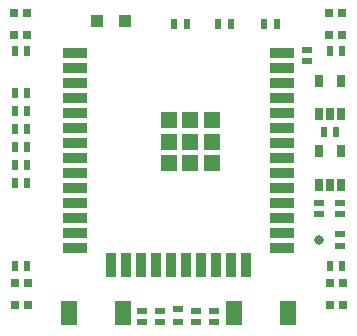
<source format=gbp>
G04 Layer: BottomPasteMaskLayer*
G04 Panelize: , Column: 3, Row: 3, Board Size: 35.56mm x 35.56mm, Panelized Board Size: 110.68mm x 110.68mm*
G04 EasyEDA v6.5.39, 2024-01-10 02:32:58*
G04 c879e6b8726d4e35908b0b4345eef0b3,3d9c8b04885e45b7839bd8e85c0fd600,10*
G04 Gerber Generator version 0.2*
G04 Scale: 100 percent, Rotated: No, Reflected: No *
G04 Dimensions in millimeters *
G04 leading zeros omitted , absolute positions ,4 integer and 5 decimal *
%FSLAX45Y45*%
%MOMM*%

%AMMACRO1*21,1,$1,$2,0,0,$3*%
%ADD10MACRO1,1X1X0.0000*%
%ADD11MACRO1,0.4999X0.8001X-90.0000*%
%ADD12MACRO1,0.5001X0.7998X0.0000*%
%ADD13MACRO1,0.5001X0.8001X0.0000*%
%ADD14MACRO1,0.4999X0.8001X90.0000*%
%ADD15C,0.8000*%
%ADD16MACRO1,1X0.5999X-90.0000*%
%ADD17MACRO1,1X0.5999X90.0000*%
%ADD18MACRO1,0.5499X0.8001X0.0000*%
%ADD19MACRO1,0.5502X0.8001X0.0000*%
%ADD20MACRO1,0.5499X0.8001X90.0000*%
%ADD21MACRO1,0.7X0.7X-90.0000*%
%ADD22MACRO1,0.7X0.7X90.0000*%
%ADD23MACRO1,2X0.8999X0.0000*%
%ADD24MACRO1,2X0.9002X-90.0000*%
%ADD25MACRO1,1.3302X1.3299X90.0000*%
%ADD26MACRO1,1.3302X1.3302X90.0000*%
%ADD27MACRO1,1.3299X1.3299X90.0000*%
%ADD28MACRO1,1.3299X1.3302X90.0000*%
%ADD29MACRO1,1.35X2X0.0000*%

%LPD*%
D10*
G01*
X-691502Y1168387D03*
G01*
X-451497Y1168387D03*
D11*
G01*
X1371574Y-635812D03*
G01*
X1371574Y-735812D03*
D12*
G01*
X-1283550Y-901712D03*
G01*
X-1383550Y-901712D03*
D13*
G01*
X-1383525Y914400D03*
G01*
X-1283525Y914400D03*
G01*
X1283474Y914400D03*
G01*
X1383474Y914400D03*
D12*
G01*
X1383449Y-901712D03*
G01*
X1283449Y-901712D03*
D14*
G01*
X-152450Y-1383487D03*
G01*
X-152450Y-1283487D03*
D11*
G01*
X304698Y-1383538D03*
G01*
X304698Y-1283538D03*
G01*
X-304901Y-1383538D03*
G01*
X-304901Y-1283538D03*
D12*
G01*
X-1383601Y406361D03*
G01*
X-1283601Y406361D03*
G01*
X-1383601Y253961D03*
G01*
X-1283601Y253961D03*
G01*
X-1383601Y-203238D03*
G01*
X-1283601Y-203238D03*
G01*
X-1383601Y558761D03*
G01*
X-1283601Y558761D03*
G01*
X-1383601Y101561D03*
G01*
X-1283601Y101561D03*
D11*
G01*
X152298Y-1383538D03*
G01*
X152298Y-1283538D03*
D12*
G01*
X-1383601Y-50838D03*
G01*
X-1283601Y-50838D03*
D15*
G01*
X1193800Y-685800D03*
D11*
G01*
X1092174Y926287D03*
G01*
X1092174Y826287D03*
D16*
G01*
X1377822Y380784D03*
G01*
X1282827Y380784D03*
G01*
X1187830Y380784D03*
D17*
G01*
X1187830Y660768D03*
G01*
X1377822Y660768D03*
D16*
G01*
X1377822Y-216115D03*
G01*
X1282827Y-216115D03*
G01*
X1187830Y-216115D03*
D17*
G01*
X1187830Y63868D03*
G01*
X1377822Y63868D03*
D13*
G01*
X1232674Y228600D03*
G01*
X1332674Y228600D03*
D14*
G01*
X1371549Y-469087D03*
G01*
X1371549Y-369087D03*
G01*
X1193698Y-369138D03*
G01*
X1193698Y-469138D03*
D18*
G01*
X835875Y1145006D03*
D19*
G01*
X724001Y1145006D03*
D18*
G01*
X445884Y1145006D03*
G01*
X333997Y1145006D03*
D20*
G01*
X0Y-1380883D03*
G01*
X0Y-1268996D03*
D18*
G01*
X70878Y1145006D03*
D19*
G01*
X-40995Y1145006D03*
D21*
G01*
X-1387500Y-1050213D03*
D22*
G01*
X-1387500Y-1233220D03*
G01*
X-1277492Y-1233220D03*
D21*
G01*
X-1277492Y-1050213D03*
D22*
G01*
X-1279499Y1050188D03*
D21*
G01*
X-1279499Y1233195D03*
G01*
X-1389507Y1233195D03*
D22*
G01*
X-1389507Y1050188D03*
G01*
X1387500Y1050188D03*
D21*
G01*
X1387500Y1233195D03*
G01*
X1277492Y1233195D03*
D22*
G01*
X1277492Y1050188D03*
D21*
G01*
X1279499Y-1050213D03*
D22*
G01*
X1279499Y-1233220D03*
G01*
X1389507Y-1233220D03*
D21*
G01*
X1389507Y-1050213D03*
D23*
G01*
X880008Y-375500D03*
G01*
X880008Y-248500D03*
G01*
X880008Y-121500D03*
G01*
X880008Y5499D03*
G01*
X880008Y132499D03*
G01*
X880008Y259499D03*
G01*
X880008Y386499D03*
G01*
X880008Y513499D03*
G01*
X880008Y640499D03*
G01*
X880008Y767499D03*
G01*
X880008Y894499D03*
D24*
G01*
X444500Y-894511D03*
G01*
X571500Y-894511D03*
D23*
G01*
X880008Y-756500D03*
G01*
X880008Y-629500D03*
G01*
X880008Y-502500D03*
D24*
G01*
X317500Y-894511D03*
G01*
X190500Y-894511D03*
G01*
X63500Y-894511D03*
G01*
X-63500Y-894511D03*
G01*
X-190500Y-894511D03*
G01*
X-317500Y-894511D03*
G01*
X-444500Y-894511D03*
G01*
X-571500Y-894511D03*
D23*
G01*
X-880008Y-756500D03*
G01*
X-880008Y-629500D03*
G01*
X-880008Y-502500D03*
G01*
X-880008Y-375500D03*
G01*
X-880008Y-248500D03*
G01*
X-880008Y-121500D03*
G01*
X-880008Y5499D03*
G01*
X-880008Y132499D03*
G01*
X-880008Y259499D03*
G01*
X-880008Y386499D03*
G01*
X-880008Y513499D03*
G01*
X-880008Y640499D03*
G01*
X-880008Y767499D03*
G01*
X-880008Y894499D03*
D25*
G01*
X-83515Y-37503D03*
D26*
G01*
X99987Y-37503D03*
D25*
G01*
X283489Y-37503D03*
G01*
X283489Y329501D03*
D26*
G01*
X99987Y329501D03*
D25*
G01*
X-83515Y329501D03*
D27*
G01*
X-83515Y145999D03*
G01*
X283489Y145999D03*
D28*
G01*
X99987Y145999D03*
D29*
G01*
X923505Y-1308100D03*
G01*
X473494Y-1308100D03*
G01*
X-923505Y-1308100D03*
G01*
X-473494Y-1308100D03*
M02*

</source>
